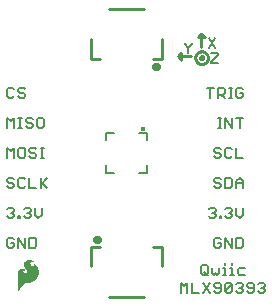
<source format=gto>
G75*
%MOIN*%
%OFA0B0*%
%FSLAX25Y25*%
%IPPOS*%
%LPD*%
%AMOC8*
5,1,8,0,0,1.08239X$1,22.5*
%
%ADD10C,0.00600*%
%ADD11C,0.01000*%
%ADD12C,0.01500*%
%ADD13C,0.00500*%
%ADD14C,0.01575*%
%ADD15C,0.00300*%
D10*
X0176133Y0073867D02*
X0176700Y0073300D01*
X0177835Y0073300D01*
X0178402Y0073867D01*
X0178402Y0075001D01*
X0177268Y0075001D01*
X0176133Y0073867D02*
X0176133Y0076136D01*
X0176700Y0076703D01*
X0177835Y0076703D01*
X0178402Y0076136D01*
X0179816Y0076703D02*
X0182085Y0073300D01*
X0182085Y0076703D01*
X0183500Y0076703D02*
X0185201Y0076703D01*
X0185768Y0076136D01*
X0185768Y0073867D01*
X0185201Y0073300D01*
X0183500Y0073300D01*
X0183500Y0076703D01*
X0179816Y0076703D02*
X0179816Y0073300D01*
X0179816Y0083300D02*
X0180384Y0083300D01*
X0180384Y0083867D01*
X0179816Y0083867D01*
X0179816Y0083300D01*
X0178402Y0083867D02*
X0177835Y0083300D01*
X0176700Y0083300D01*
X0176133Y0083867D01*
X0177268Y0085001D02*
X0177835Y0085001D01*
X0178402Y0084434D01*
X0178402Y0083867D01*
X0177835Y0085001D02*
X0178402Y0085569D01*
X0178402Y0086136D01*
X0177835Y0086703D01*
X0176700Y0086703D01*
X0176133Y0086136D01*
X0181658Y0086136D02*
X0182225Y0086703D01*
X0183359Y0086703D01*
X0183927Y0086136D01*
X0183927Y0085569D01*
X0183359Y0085001D01*
X0183927Y0084434D01*
X0183927Y0083867D01*
X0183359Y0083300D01*
X0182225Y0083300D01*
X0181658Y0083867D01*
X0182792Y0085001D02*
X0183359Y0085001D01*
X0185341Y0084434D02*
X0186475Y0083300D01*
X0187610Y0084434D01*
X0187610Y0086703D01*
X0185341Y0086703D02*
X0185341Y0084434D01*
X0185768Y0093300D02*
X0183500Y0093300D01*
X0183500Y0096703D01*
X0182085Y0096136D02*
X0181518Y0096703D01*
X0180384Y0096703D01*
X0179816Y0096136D01*
X0179816Y0093867D01*
X0180384Y0093300D01*
X0181518Y0093300D01*
X0182085Y0093867D01*
X0178402Y0093867D02*
X0178402Y0094434D01*
X0177835Y0095001D01*
X0176700Y0095001D01*
X0176133Y0095569D01*
X0176133Y0096136D01*
X0176700Y0096703D01*
X0177835Y0096703D01*
X0178402Y0096136D01*
X0178402Y0093867D02*
X0177835Y0093300D01*
X0176700Y0093300D01*
X0176133Y0093867D01*
X0187183Y0093300D02*
X0187183Y0096703D01*
X0187750Y0095001D02*
X0189451Y0093300D01*
X0187183Y0094434D02*
X0189451Y0096703D01*
X0188317Y0103300D02*
X0187183Y0103300D01*
X0187750Y0103300D02*
X0187750Y0106703D01*
X0187183Y0106703D02*
X0188317Y0106703D01*
X0185768Y0106136D02*
X0185201Y0106703D01*
X0184067Y0106703D01*
X0183500Y0106136D01*
X0183500Y0105569D01*
X0184067Y0105001D01*
X0185201Y0105001D01*
X0185768Y0104434D01*
X0185768Y0103867D01*
X0185201Y0103300D01*
X0184067Y0103300D01*
X0183500Y0103867D01*
X0182085Y0103867D02*
X0182085Y0106136D01*
X0181518Y0106703D01*
X0180384Y0106703D01*
X0179816Y0106136D01*
X0179816Y0103867D01*
X0180384Y0103300D01*
X0181518Y0103300D01*
X0182085Y0103867D01*
X0178402Y0103300D02*
X0178402Y0106703D01*
X0177268Y0105569D01*
X0176133Y0106703D01*
X0176133Y0103300D01*
X0176133Y0113300D02*
X0176133Y0116703D01*
X0177268Y0115569D01*
X0178402Y0116703D01*
X0178402Y0113300D01*
X0179816Y0113300D02*
X0180951Y0113300D01*
X0180384Y0113300D02*
X0180384Y0116703D01*
X0180951Y0116703D02*
X0179816Y0116703D01*
X0182272Y0116136D02*
X0182272Y0115569D01*
X0182839Y0115001D01*
X0183973Y0115001D01*
X0184541Y0114434D01*
X0184541Y0113867D01*
X0183973Y0113300D01*
X0182839Y0113300D01*
X0182272Y0113867D01*
X0182272Y0116136D02*
X0182839Y0116703D01*
X0183973Y0116703D01*
X0184541Y0116136D01*
X0185955Y0116136D02*
X0185955Y0113867D01*
X0186522Y0113300D01*
X0187656Y0113300D01*
X0188224Y0113867D01*
X0188224Y0116136D01*
X0187656Y0116703D01*
X0186522Y0116703D01*
X0185955Y0116136D01*
X0181518Y0123300D02*
X0180384Y0123300D01*
X0179816Y0123867D01*
X0180384Y0125001D02*
X0181518Y0125001D01*
X0182085Y0124434D01*
X0182085Y0123867D01*
X0181518Y0123300D01*
X0180384Y0125001D02*
X0179816Y0125569D01*
X0179816Y0126136D01*
X0180384Y0126703D01*
X0181518Y0126703D01*
X0182085Y0126136D01*
X0178402Y0126136D02*
X0177835Y0126703D01*
X0176700Y0126703D01*
X0176133Y0126136D01*
X0176133Y0123867D01*
X0176700Y0123300D01*
X0177835Y0123300D01*
X0178402Y0123867D01*
X0235296Y0141136D02*
X0236430Y0140001D01*
X0236430Y0138300D01*
X0236430Y0140001D02*
X0237564Y0141136D01*
X0237564Y0141703D01*
X0235296Y0141703D02*
X0235296Y0141136D01*
X0243221Y0140025D02*
X0245489Y0143428D01*
X0243221Y0143428D02*
X0245489Y0140025D01*
X0246402Y0138203D02*
X0244133Y0138203D01*
X0246402Y0138203D02*
X0246402Y0137636D01*
X0244133Y0135367D01*
X0244133Y0134800D01*
X0246402Y0134800D01*
X0246312Y0126703D02*
X0248013Y0126703D01*
X0248580Y0126136D01*
X0248580Y0125001D01*
X0248013Y0124434D01*
X0246312Y0124434D01*
X0247446Y0124434D02*
X0248580Y0123300D01*
X0249995Y0123300D02*
X0251129Y0123300D01*
X0250562Y0123300D02*
X0250562Y0126703D01*
X0249995Y0126703D02*
X0251129Y0126703D01*
X0252450Y0126136D02*
X0253017Y0126703D01*
X0254152Y0126703D01*
X0254719Y0126136D01*
X0254719Y0125001D02*
X0253584Y0125001D01*
X0254719Y0125001D02*
X0254719Y0123867D01*
X0254152Y0123300D01*
X0253017Y0123300D01*
X0252450Y0123867D01*
X0252450Y0126136D01*
X0246312Y0126703D02*
X0246312Y0123300D01*
X0243763Y0123300D02*
X0243763Y0126703D01*
X0244897Y0126703D02*
X0242628Y0126703D01*
X0246312Y0116703D02*
X0247446Y0116703D01*
X0246879Y0116703D02*
X0246879Y0113300D01*
X0246312Y0113300D02*
X0247446Y0113300D01*
X0248767Y0113300D02*
X0248767Y0116703D01*
X0251036Y0113300D01*
X0251036Y0116703D01*
X0252450Y0116703D02*
X0254719Y0116703D01*
X0253584Y0116703D02*
X0253584Y0113300D01*
X0252450Y0106703D02*
X0252450Y0103300D01*
X0254719Y0103300D01*
X0251036Y0103867D02*
X0250468Y0103300D01*
X0249334Y0103300D01*
X0248767Y0103867D01*
X0248767Y0106136D01*
X0249334Y0106703D01*
X0250468Y0106703D01*
X0251036Y0106136D01*
X0247352Y0106136D02*
X0246785Y0106703D01*
X0245651Y0106703D01*
X0245084Y0106136D01*
X0245084Y0105569D01*
X0245651Y0105001D01*
X0246785Y0105001D01*
X0247352Y0104434D01*
X0247352Y0103867D01*
X0246785Y0103300D01*
X0245651Y0103300D01*
X0245084Y0103867D01*
X0245651Y0096703D02*
X0245084Y0096136D01*
X0245084Y0095569D01*
X0245651Y0095001D01*
X0246785Y0095001D01*
X0247352Y0094434D01*
X0247352Y0093867D01*
X0246785Y0093300D01*
X0245651Y0093300D01*
X0245084Y0093867D01*
X0247352Y0096136D02*
X0246785Y0096703D01*
X0245651Y0096703D01*
X0248767Y0096703D02*
X0250468Y0096703D01*
X0251036Y0096136D01*
X0251036Y0093867D01*
X0250468Y0093300D01*
X0248767Y0093300D01*
X0248767Y0096703D01*
X0252450Y0095569D02*
X0253584Y0096703D01*
X0254719Y0095569D01*
X0254719Y0093300D01*
X0254719Y0095001D02*
X0252450Y0095001D01*
X0252450Y0095569D02*
X0252450Y0093300D01*
X0252450Y0086703D02*
X0252450Y0084434D01*
X0253584Y0083300D01*
X0254719Y0084434D01*
X0254719Y0086703D01*
X0251036Y0086136D02*
X0251036Y0085569D01*
X0250468Y0085001D01*
X0251036Y0084434D01*
X0251036Y0083867D01*
X0250468Y0083300D01*
X0249334Y0083300D01*
X0248767Y0083867D01*
X0247493Y0083867D02*
X0247493Y0083300D01*
X0246925Y0083300D01*
X0246925Y0083867D01*
X0247493Y0083867D01*
X0245511Y0083867D02*
X0244944Y0083300D01*
X0243809Y0083300D01*
X0243242Y0083867D01*
X0244377Y0085001D02*
X0244944Y0085001D01*
X0245511Y0084434D01*
X0245511Y0083867D01*
X0244944Y0085001D02*
X0245511Y0085569D01*
X0245511Y0086136D01*
X0244944Y0086703D01*
X0243809Y0086703D01*
X0243242Y0086136D01*
X0248767Y0086136D02*
X0249334Y0086703D01*
X0250468Y0086703D01*
X0251036Y0086136D01*
X0250468Y0085001D02*
X0249901Y0085001D01*
X0248767Y0076703D02*
X0251036Y0073300D01*
X0251036Y0076703D01*
X0252450Y0076703D02*
X0254152Y0076703D01*
X0254719Y0076136D01*
X0254719Y0073867D01*
X0254152Y0073300D01*
X0252450Y0073300D01*
X0252450Y0076703D01*
X0248767Y0076703D02*
X0248767Y0073300D01*
X0247352Y0073867D02*
X0247352Y0075001D01*
X0246218Y0075001D01*
X0245084Y0073867D02*
X0245651Y0073300D01*
X0246785Y0073300D01*
X0247352Y0073867D01*
X0245084Y0073867D02*
X0245084Y0076136D01*
X0245651Y0076703D01*
X0246785Y0076703D01*
X0247352Y0076136D01*
X0248587Y0068270D02*
X0248587Y0067703D01*
X0248587Y0066569D02*
X0248587Y0064300D01*
X0249154Y0064300D02*
X0248019Y0064300D01*
X0246605Y0064867D02*
X0246605Y0066569D01*
X0248019Y0066569D02*
X0248587Y0066569D01*
X0250475Y0066569D02*
X0251042Y0066569D01*
X0251042Y0064300D01*
X0250475Y0064300D02*
X0251609Y0064300D01*
X0252930Y0064867D02*
X0253497Y0064300D01*
X0255199Y0064300D01*
X0255199Y0066569D02*
X0253497Y0066569D01*
X0252930Y0066001D01*
X0252930Y0064867D01*
X0251042Y0067703D02*
X0251042Y0068270D01*
X0246605Y0064867D02*
X0246038Y0064300D01*
X0245471Y0064867D01*
X0244903Y0064300D01*
X0244336Y0064867D01*
X0244336Y0066569D01*
X0242922Y0067136D02*
X0242922Y0064867D01*
X0242355Y0064300D01*
X0241220Y0064300D01*
X0240653Y0064867D01*
X0240653Y0067136D01*
X0241220Y0067703D01*
X0242355Y0067703D01*
X0242922Y0067136D01*
X0241787Y0065434D02*
X0242922Y0064300D01*
X0243536Y0061703D02*
X0241267Y0058300D01*
X0239852Y0058300D02*
X0237584Y0058300D01*
X0237584Y0061703D01*
X0236169Y0061703D02*
X0236169Y0058300D01*
X0233901Y0058300D02*
X0233901Y0061703D01*
X0235035Y0060569D01*
X0236169Y0061703D01*
X0241267Y0061703D02*
X0243536Y0058300D01*
X0244950Y0058867D02*
X0245517Y0058300D01*
X0246652Y0058300D01*
X0247219Y0058867D01*
X0247219Y0061136D01*
X0246652Y0061703D01*
X0245517Y0061703D01*
X0244950Y0061136D01*
X0244950Y0060569D01*
X0245517Y0060001D01*
X0247219Y0060001D01*
X0248633Y0058867D02*
X0250902Y0061136D01*
X0250902Y0058867D01*
X0250335Y0058300D01*
X0249200Y0058300D01*
X0248633Y0058867D01*
X0248633Y0061136D01*
X0249200Y0061703D01*
X0250335Y0061703D01*
X0250902Y0061136D01*
X0252316Y0061136D02*
X0252884Y0061703D01*
X0254018Y0061703D01*
X0254585Y0061136D01*
X0254585Y0060569D01*
X0254018Y0060001D01*
X0254585Y0059434D01*
X0254585Y0058867D01*
X0254018Y0058300D01*
X0252884Y0058300D01*
X0252316Y0058867D01*
X0253451Y0060001D02*
X0254018Y0060001D01*
X0256000Y0060569D02*
X0256567Y0060001D01*
X0258268Y0060001D01*
X0258268Y0058867D02*
X0258268Y0061136D01*
X0257701Y0061703D01*
X0256567Y0061703D01*
X0256000Y0061136D01*
X0256000Y0060569D01*
X0256000Y0058867D02*
X0256567Y0058300D01*
X0257701Y0058300D01*
X0258268Y0058867D01*
X0259683Y0058867D02*
X0260250Y0058300D01*
X0261384Y0058300D01*
X0261951Y0058867D01*
X0261951Y0059434D01*
X0261384Y0060001D01*
X0260817Y0060001D01*
X0261384Y0060001D02*
X0261951Y0060569D01*
X0261951Y0061136D01*
X0261384Y0061703D01*
X0260250Y0061703D01*
X0259683Y0061136D01*
D11*
X0227644Y0067126D02*
X0227644Y0073622D01*
X0224692Y0073622D01*
X0206975Y0073622D02*
X0204022Y0073622D01*
X0204022Y0067126D01*
X0209928Y0056890D02*
X0221739Y0056890D01*
X0234008Y0136063D02*
X0234008Y0138263D01*
X0233908Y0138163D02*
X0232908Y0137163D01*
X0233908Y0136163D01*
X0232908Y0137163D02*
X0237408Y0137163D01*
X0238783Y0136725D02*
X0238785Y0136817D01*
X0238791Y0136908D01*
X0238801Y0136999D01*
X0238815Y0137090D01*
X0238833Y0137180D01*
X0238855Y0137269D01*
X0238880Y0137356D01*
X0238910Y0137443D01*
X0238943Y0137529D01*
X0238980Y0137612D01*
X0239020Y0137695D01*
X0239064Y0137775D01*
X0239112Y0137853D01*
X0239163Y0137930D01*
X0239217Y0138003D01*
X0239274Y0138075D01*
X0239335Y0138144D01*
X0239398Y0138210D01*
X0239464Y0138273D01*
X0239533Y0138334D01*
X0239605Y0138391D01*
X0239678Y0138445D01*
X0239755Y0138496D01*
X0239833Y0138544D01*
X0239913Y0138588D01*
X0239996Y0138628D01*
X0240079Y0138665D01*
X0240165Y0138698D01*
X0240252Y0138728D01*
X0240339Y0138753D01*
X0240428Y0138775D01*
X0240518Y0138793D01*
X0240609Y0138807D01*
X0240700Y0138817D01*
X0240791Y0138823D01*
X0240883Y0138825D01*
X0240975Y0138823D01*
X0241066Y0138817D01*
X0241157Y0138807D01*
X0241248Y0138793D01*
X0241338Y0138775D01*
X0241427Y0138753D01*
X0241514Y0138728D01*
X0241601Y0138698D01*
X0241687Y0138665D01*
X0241770Y0138628D01*
X0241853Y0138588D01*
X0241933Y0138544D01*
X0242011Y0138496D01*
X0242088Y0138445D01*
X0242161Y0138391D01*
X0242233Y0138334D01*
X0242302Y0138273D01*
X0242368Y0138210D01*
X0242431Y0138144D01*
X0242492Y0138075D01*
X0242549Y0138003D01*
X0242603Y0137930D01*
X0242654Y0137853D01*
X0242702Y0137775D01*
X0242746Y0137695D01*
X0242786Y0137612D01*
X0242823Y0137529D01*
X0242856Y0137443D01*
X0242886Y0137356D01*
X0242911Y0137269D01*
X0242933Y0137180D01*
X0242951Y0137090D01*
X0242965Y0136999D01*
X0242975Y0136908D01*
X0242981Y0136817D01*
X0242983Y0136725D01*
X0242981Y0136633D01*
X0242975Y0136542D01*
X0242965Y0136451D01*
X0242951Y0136360D01*
X0242933Y0136270D01*
X0242911Y0136181D01*
X0242886Y0136094D01*
X0242856Y0136007D01*
X0242823Y0135921D01*
X0242786Y0135838D01*
X0242746Y0135755D01*
X0242702Y0135675D01*
X0242654Y0135597D01*
X0242603Y0135520D01*
X0242549Y0135447D01*
X0242492Y0135375D01*
X0242431Y0135306D01*
X0242368Y0135240D01*
X0242302Y0135177D01*
X0242233Y0135116D01*
X0242161Y0135059D01*
X0242088Y0135005D01*
X0242011Y0134954D01*
X0241933Y0134906D01*
X0241853Y0134862D01*
X0241770Y0134822D01*
X0241687Y0134785D01*
X0241601Y0134752D01*
X0241514Y0134722D01*
X0241427Y0134697D01*
X0241338Y0134675D01*
X0241248Y0134657D01*
X0241157Y0134643D01*
X0241066Y0134633D01*
X0240975Y0134627D01*
X0240883Y0134625D01*
X0240791Y0134627D01*
X0240700Y0134633D01*
X0240609Y0134643D01*
X0240518Y0134657D01*
X0240428Y0134675D01*
X0240339Y0134697D01*
X0240252Y0134722D01*
X0240165Y0134752D01*
X0240079Y0134785D01*
X0239996Y0134822D01*
X0239913Y0134862D01*
X0239833Y0134906D01*
X0239755Y0134954D01*
X0239678Y0135005D01*
X0239605Y0135059D01*
X0239533Y0135116D01*
X0239464Y0135177D01*
X0239398Y0135240D01*
X0239335Y0135306D01*
X0239274Y0135375D01*
X0239217Y0135447D01*
X0239163Y0135520D01*
X0239112Y0135597D01*
X0239064Y0135675D01*
X0239020Y0135755D01*
X0238980Y0135838D01*
X0238943Y0135921D01*
X0238910Y0136007D01*
X0238880Y0136094D01*
X0238855Y0136181D01*
X0238833Y0136270D01*
X0238815Y0136360D01*
X0238801Y0136451D01*
X0238791Y0136542D01*
X0238785Y0136633D01*
X0238783Y0136725D01*
X0240383Y0136725D02*
X0240385Y0136769D01*
X0240391Y0136813D01*
X0240401Y0136856D01*
X0240414Y0136898D01*
X0240431Y0136939D01*
X0240452Y0136978D01*
X0240476Y0137015D01*
X0240503Y0137050D01*
X0240533Y0137082D01*
X0240566Y0137112D01*
X0240602Y0137138D01*
X0240639Y0137162D01*
X0240679Y0137181D01*
X0240720Y0137198D01*
X0240763Y0137210D01*
X0240806Y0137219D01*
X0240850Y0137224D01*
X0240894Y0137225D01*
X0240938Y0137222D01*
X0240982Y0137215D01*
X0241025Y0137204D01*
X0241067Y0137190D01*
X0241107Y0137172D01*
X0241146Y0137150D01*
X0241182Y0137126D01*
X0241216Y0137098D01*
X0241248Y0137067D01*
X0241277Y0137033D01*
X0241303Y0136997D01*
X0241325Y0136959D01*
X0241344Y0136919D01*
X0241359Y0136877D01*
X0241371Y0136835D01*
X0241379Y0136791D01*
X0241383Y0136747D01*
X0241383Y0136703D01*
X0241379Y0136659D01*
X0241371Y0136615D01*
X0241359Y0136573D01*
X0241344Y0136531D01*
X0241325Y0136491D01*
X0241303Y0136453D01*
X0241277Y0136417D01*
X0241248Y0136383D01*
X0241216Y0136352D01*
X0241182Y0136324D01*
X0241146Y0136300D01*
X0241107Y0136278D01*
X0241067Y0136260D01*
X0241025Y0136246D01*
X0240982Y0136235D01*
X0240938Y0136228D01*
X0240894Y0136225D01*
X0240850Y0136226D01*
X0240806Y0136231D01*
X0240763Y0136240D01*
X0240720Y0136252D01*
X0240679Y0136269D01*
X0240639Y0136288D01*
X0240602Y0136312D01*
X0240566Y0136338D01*
X0240533Y0136368D01*
X0240503Y0136400D01*
X0240476Y0136435D01*
X0240452Y0136472D01*
X0240431Y0136511D01*
X0240414Y0136552D01*
X0240401Y0136594D01*
X0240391Y0136637D01*
X0240385Y0136681D01*
X0240383Y0136725D01*
X0240796Y0140225D02*
X0240796Y0144725D01*
X0241796Y0143725D01*
X0241896Y0143625D02*
X0239696Y0143625D01*
X0239796Y0143725D02*
X0240796Y0144725D01*
X0227644Y0142874D02*
X0227644Y0136378D01*
X0224692Y0136378D01*
X0206975Y0136378D02*
X0204022Y0136378D01*
X0204022Y0142874D01*
X0209928Y0153110D02*
X0221739Y0153110D01*
D12*
X0221437Y0112843D03*
D13*
X0222744Y0111650D02*
X0222744Y0109181D01*
X0222744Y0111650D02*
X0220026Y0111650D01*
X0211652Y0111650D02*
X0208933Y0111650D01*
X0208933Y0109181D01*
X0208933Y0100807D02*
X0208933Y0098339D01*
X0211652Y0098339D01*
X0220026Y0098339D02*
X0222744Y0098339D01*
X0222744Y0100807D01*
D14*
X0205434Y0076181D02*
X0205436Y0076228D01*
X0205442Y0076274D01*
X0205451Y0076320D01*
X0205465Y0076364D01*
X0205482Y0076408D01*
X0205503Y0076449D01*
X0205527Y0076489D01*
X0205554Y0076527D01*
X0205585Y0076562D01*
X0205618Y0076595D01*
X0205654Y0076625D01*
X0205693Y0076651D01*
X0205733Y0076675D01*
X0205775Y0076694D01*
X0205819Y0076711D01*
X0205864Y0076723D01*
X0205910Y0076732D01*
X0205956Y0076737D01*
X0206003Y0076738D01*
X0206049Y0076735D01*
X0206095Y0076728D01*
X0206141Y0076717D01*
X0206185Y0076703D01*
X0206228Y0076685D01*
X0206269Y0076663D01*
X0206309Y0076638D01*
X0206346Y0076610D01*
X0206381Y0076579D01*
X0206413Y0076545D01*
X0206442Y0076508D01*
X0206467Y0076470D01*
X0206490Y0076429D01*
X0206509Y0076386D01*
X0206524Y0076342D01*
X0206536Y0076297D01*
X0206544Y0076251D01*
X0206548Y0076204D01*
X0206548Y0076158D01*
X0206544Y0076111D01*
X0206536Y0076065D01*
X0206524Y0076020D01*
X0206509Y0075976D01*
X0206490Y0075933D01*
X0206467Y0075892D01*
X0206442Y0075854D01*
X0206413Y0075817D01*
X0206381Y0075783D01*
X0206346Y0075752D01*
X0206309Y0075724D01*
X0206270Y0075699D01*
X0206228Y0075677D01*
X0206185Y0075659D01*
X0206141Y0075645D01*
X0206095Y0075634D01*
X0206049Y0075627D01*
X0206003Y0075624D01*
X0205956Y0075625D01*
X0205910Y0075630D01*
X0205864Y0075639D01*
X0205819Y0075651D01*
X0205775Y0075668D01*
X0205733Y0075687D01*
X0205693Y0075711D01*
X0205654Y0075737D01*
X0205618Y0075767D01*
X0205585Y0075800D01*
X0205554Y0075835D01*
X0205527Y0075873D01*
X0205503Y0075913D01*
X0205482Y0075954D01*
X0205465Y0075998D01*
X0205451Y0076042D01*
X0205442Y0076088D01*
X0205436Y0076134D01*
X0205434Y0076181D01*
X0225119Y0133819D02*
X0225121Y0133866D01*
X0225127Y0133912D01*
X0225136Y0133958D01*
X0225150Y0134002D01*
X0225167Y0134046D01*
X0225188Y0134087D01*
X0225212Y0134127D01*
X0225239Y0134165D01*
X0225270Y0134200D01*
X0225303Y0134233D01*
X0225339Y0134263D01*
X0225378Y0134289D01*
X0225418Y0134313D01*
X0225460Y0134332D01*
X0225504Y0134349D01*
X0225549Y0134361D01*
X0225595Y0134370D01*
X0225641Y0134375D01*
X0225688Y0134376D01*
X0225734Y0134373D01*
X0225780Y0134366D01*
X0225826Y0134355D01*
X0225870Y0134341D01*
X0225913Y0134323D01*
X0225954Y0134301D01*
X0225994Y0134276D01*
X0226031Y0134248D01*
X0226066Y0134217D01*
X0226098Y0134183D01*
X0226127Y0134146D01*
X0226152Y0134108D01*
X0226175Y0134067D01*
X0226194Y0134024D01*
X0226209Y0133980D01*
X0226221Y0133935D01*
X0226229Y0133889D01*
X0226233Y0133842D01*
X0226233Y0133796D01*
X0226229Y0133749D01*
X0226221Y0133703D01*
X0226209Y0133658D01*
X0226194Y0133614D01*
X0226175Y0133571D01*
X0226152Y0133530D01*
X0226127Y0133492D01*
X0226098Y0133455D01*
X0226066Y0133421D01*
X0226031Y0133390D01*
X0225994Y0133362D01*
X0225955Y0133337D01*
X0225913Y0133315D01*
X0225870Y0133297D01*
X0225826Y0133283D01*
X0225780Y0133272D01*
X0225734Y0133265D01*
X0225688Y0133262D01*
X0225641Y0133263D01*
X0225595Y0133268D01*
X0225549Y0133277D01*
X0225504Y0133289D01*
X0225460Y0133306D01*
X0225418Y0133325D01*
X0225378Y0133349D01*
X0225339Y0133375D01*
X0225303Y0133405D01*
X0225270Y0133438D01*
X0225239Y0133473D01*
X0225212Y0133511D01*
X0225188Y0133551D01*
X0225167Y0133592D01*
X0225150Y0133636D01*
X0225136Y0133680D01*
X0225127Y0133726D01*
X0225121Y0133772D01*
X0225119Y0133819D01*
D15*
X0184396Y0069024D02*
X0183845Y0069299D01*
X0183491Y0069378D01*
X0183097Y0069378D01*
X0182664Y0069299D01*
X0182231Y0069063D01*
X0181877Y0068787D01*
X0181680Y0068472D01*
X0181562Y0068118D01*
X0181562Y0067803D01*
X0181640Y0067449D01*
X0181837Y0067094D01*
X0182113Y0066780D01*
X0182428Y0066425D01*
X0182703Y0066150D01*
X0182822Y0065835D01*
X0182822Y0065559D01*
X0182743Y0065323D01*
X0182585Y0065126D01*
X0182349Y0064969D01*
X0182034Y0064890D01*
X0181719Y0064890D01*
X0181522Y0064929D01*
X0181325Y0065008D01*
X0181089Y0065244D01*
X0181010Y0065362D01*
X0180971Y0065480D01*
X0180971Y0065638D01*
X0181010Y0065756D01*
X0181247Y0065992D01*
X0181365Y0066031D01*
X0181522Y0066110D01*
X0181562Y0066150D01*
X0181404Y0066228D01*
X0180932Y0066228D01*
X0180696Y0066189D01*
X0180499Y0066150D01*
X0180302Y0066071D01*
X0180144Y0065953D01*
X0179948Y0065795D01*
X0179711Y0065402D01*
X0179633Y0065126D01*
X0179593Y0064811D01*
X0179593Y0059417D01*
X0179790Y0059614D01*
X0179908Y0059811D01*
X0180105Y0060008D01*
X0180302Y0060244D01*
X0180774Y0060717D01*
X0181247Y0061268D01*
X0181640Y0061661D01*
X0182034Y0061898D01*
X0182270Y0061937D01*
X0183018Y0061937D01*
X0183491Y0062016D01*
X0183924Y0062134D01*
X0184318Y0062291D01*
X0184711Y0062528D01*
X0185026Y0062803D01*
X0185341Y0063118D01*
X0185617Y0063472D01*
X0186010Y0064181D01*
X0186207Y0064929D01*
X0186247Y0065598D01*
X0186129Y0066228D01*
X0185932Y0066819D01*
X0185656Y0067252D01*
X0185341Y0067606D01*
X0185026Y0067803D01*
X0185026Y0067449D01*
X0184987Y0067331D01*
X0184948Y0067252D01*
X0184829Y0067134D01*
X0184711Y0067094D01*
X0184593Y0067094D01*
X0184278Y0067173D01*
X0184121Y0067252D01*
X0184003Y0067331D01*
X0183845Y0067449D01*
X0183609Y0067685D01*
X0183451Y0067921D01*
X0183412Y0068079D01*
X0183412Y0068315D01*
X0183451Y0068433D01*
X0181667Y0068433D01*
X0181567Y0068134D02*
X0183412Y0068134D01*
X0183451Y0068433D02*
X0183491Y0068512D01*
X0183570Y0068630D01*
X0183727Y0068748D01*
X0183885Y0068827D01*
X0184081Y0068866D01*
X0184239Y0068906D01*
X0184475Y0068906D01*
X0184554Y0068866D01*
X0184593Y0068866D01*
X0184554Y0068906D01*
X0184396Y0069024D01*
X0184384Y0069030D02*
X0182189Y0069030D01*
X0181842Y0068732D02*
X0183705Y0068732D01*
X0183713Y0069329D02*
X0182825Y0069329D01*
X0183508Y0067836D02*
X0181562Y0067836D01*
X0181621Y0067537D02*
X0183756Y0067537D01*
X0184147Y0067239D02*
X0181757Y0067239D01*
X0181972Y0066940D02*
X0185854Y0066940D01*
X0185991Y0066642D02*
X0182235Y0066642D01*
X0182510Y0066343D02*
X0186090Y0066343D01*
X0186163Y0066045D02*
X0182743Y0066045D01*
X0182822Y0065746D02*
X0186219Y0065746D01*
X0186238Y0065448D02*
X0182784Y0065448D01*
X0182604Y0065149D02*
X0186220Y0065149D01*
X0186187Y0064851D02*
X0179598Y0064851D01*
X0179593Y0064552D02*
X0186108Y0064552D01*
X0186030Y0064254D02*
X0179593Y0064254D01*
X0179593Y0063955D02*
X0185885Y0063955D01*
X0185719Y0063657D02*
X0179593Y0063657D01*
X0179593Y0063358D02*
X0185528Y0063358D01*
X0185283Y0063060D02*
X0179593Y0063060D01*
X0179593Y0062761D02*
X0184978Y0062761D01*
X0184603Y0062463D02*
X0179593Y0062463D01*
X0179593Y0062164D02*
X0184000Y0062164D01*
X0181981Y0061866D02*
X0179593Y0061866D01*
X0179593Y0061567D02*
X0181546Y0061567D01*
X0181248Y0061269D02*
X0179593Y0061269D01*
X0179593Y0060970D02*
X0180992Y0060970D01*
X0180729Y0060672D02*
X0179593Y0060672D01*
X0179593Y0060373D02*
X0180431Y0060373D01*
X0180161Y0060075D02*
X0179593Y0060075D01*
X0179593Y0059776D02*
X0179887Y0059776D01*
X0179654Y0059478D02*
X0179593Y0059478D01*
X0179639Y0065149D02*
X0181184Y0065149D01*
X0180982Y0065448D02*
X0179739Y0065448D01*
X0179918Y0065746D02*
X0181007Y0065746D01*
X0181392Y0066045D02*
X0180267Y0066045D01*
X0184934Y0067239D02*
X0185664Y0067239D01*
X0185402Y0067537D02*
X0185026Y0067537D01*
M02*

</source>
